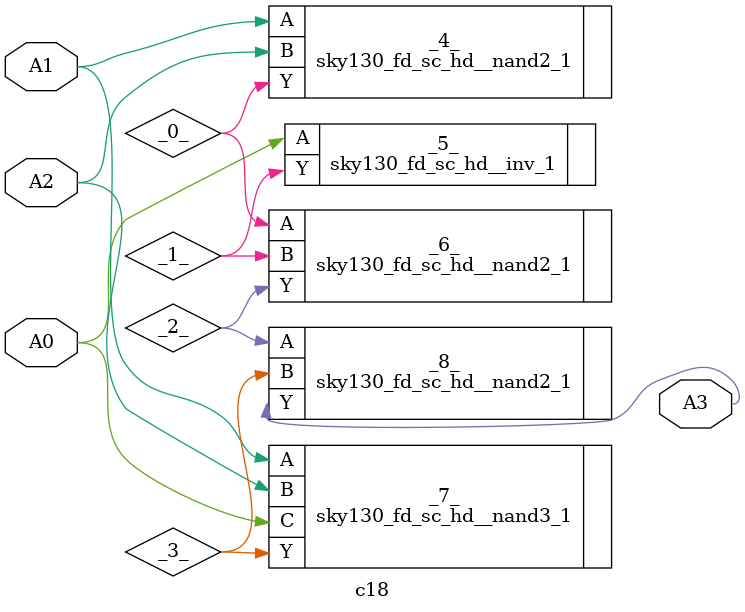
<source format=v>
/* Generated by Yosys 0.9+3686 (git sha1 bc085761, clang  -fPIC -Os) */

module c17(N1, N2, N3, N6, N7, N22, N23);
  wire _0_;
  wire _1_;
  wire _2_;
  input N1;
  wire N11;
  wire N16;
  wire N19;
  input N2;
  output N22;
  output N23;
  input N3;
  input N6;
  input N7;
  sky130_fd_sc_hd__nand2_1 _3_ (
    .A(_0_),
    .B(N19),
    .Y(_1_)
  );
  sky130_fd_sc_hd__inv_1 _4_ (
    .A(_1_),
    .Y(_2_)
  );
  sky130_fd_sc_hd__nand2_2 _5_ (
    .A(_2_),
    .B(N16),
    .Y(N22)
  );
  sky130_fd_sc_hd__nand2_2 _6_ (
    .A(N3),
    .B(N6),
    .Y(N11)
  );
  sky130_fd_sc_hd__nand2_2 _7_ (
    .A(N11),
    .B(N2),
    .Y(N16)
  );
  sky130_fd_sc_hd__nand2_1 _8_ (
    .A(N1),
    .B(N3),
    .Y(_0_)
  );
  c18 NAND2_6 (
    .A0(N16),
    .A1(N19),
    .A2(N22),
    .A3(N23)
  );
  c18 SUB_0 (
    .A0(N11),
    .A1(N7),
    .A3(N19)
  );
endmodule

module c18(A3, A0, A1, A2);
  wire _0_;
  wire _1_;
  wire _2_;
  wire _3_;
  input A0;
  input A1;
  input A2;
  output A3;
  sky130_fd_sc_hd__nand2_1 _4_ (
    .A(A1),
    .B(A2),
    .Y(_0_)
  );
  sky130_fd_sc_hd__inv_1 _5_ (
    .A(A0),
    .Y(_1_)
  );
  sky130_fd_sc_hd__nand2_1 _6_ (
    .A(_0_),
    .B(_1_),
    .Y(_2_)
  );
  sky130_fd_sc_hd__nand3_1 _7_ (
    .A(A1),
    .B(A2),
    .C(A0),
    .Y(_3_)
  );
  sky130_fd_sc_hd__nand2_1 _8_ (
    .A(_2_),
    .B(_3_),
    .Y(A3)
  );
endmodule

</source>
